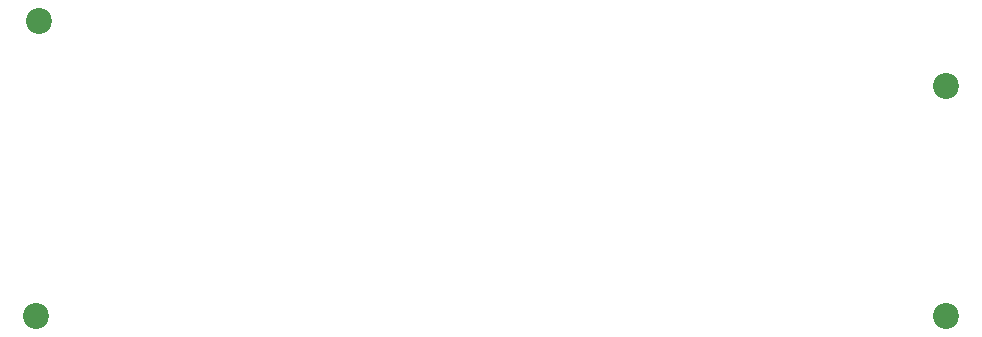
<source format=gbr>
%TF.GenerationSoftware,Altium Limited,Altium Designer,22.6.1 (34)*%
G04 Layer_Color=0*
%FSLAX45Y45*%
%MOMM*%
%TF.SameCoordinates,07F994AE-BB1C-4BEA-A643-928B9DFDCC76*%
%TF.FilePolarity,Positive*%
%TF.FileFunction,NonPlated,1,6,NPTH,Drill*%
%TF.Part,Single*%
G01*
G75*
%TA.AperFunction,OtherDrill,Pad Free-1 (2.5mm,6mm)*%
%ADD180C,2.20000*%
%TA.AperFunction,OtherDrill,Pad Free-1 (79.5mm,6mm)*%
%ADD181C,2.20000*%
%TA.AperFunction,OtherDrill,Pad Free-1 (79.5mm,25.5mm)*%
%ADD182C,2.20000*%
%TA.AperFunction,OtherDrill,Pad Free-1 (2.7mm,31mm)*%
%ADD183C,2.20000*%
D180*
X249993Y599997D02*
D03*
D181*
X7949997D02*
D03*
D182*
Y2549998D02*
D03*
D183*
X269993Y3099997D02*
D03*
%TF.MD5,d2901a7a9d126bdd48dc2b79871ed52b*%
M02*

</source>
